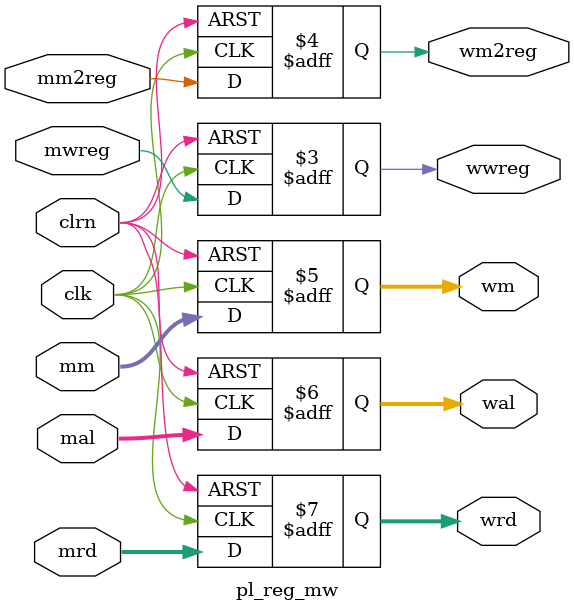
<source format=v>
module pl_reg_mw(mwreg,mm2reg,mm,mal,mrd,clk,clrn,wwreg,wm2reg,wm,wal,wrd);

	input mwreg;
	input mm2reg;
	input [31:0] mm;
	input [31:0] mal;
	input [4:0] mrd;
	input clk;
	input clrn;
	output reg wwreg;
	output reg wm2reg;
	output reg [31:0] wm;
	output reg [31:0] wal;
	output reg [4:0] wrd;
	
    always @(negedge clrn or posedge clk)
       if (!clrn) begin
        	wwreg <=0;
        	wm2reg <=0;
        	wal <=0;
        	wm <=0;
        	wrd <=0;
       end else begin
        	wwreg <=mwreg;
        	wm2reg <=mm2reg;
        	wal <=mal;
        	wm <=mm;
        	wrd <=mrd;
       end 
endmodule                       
	

</source>
